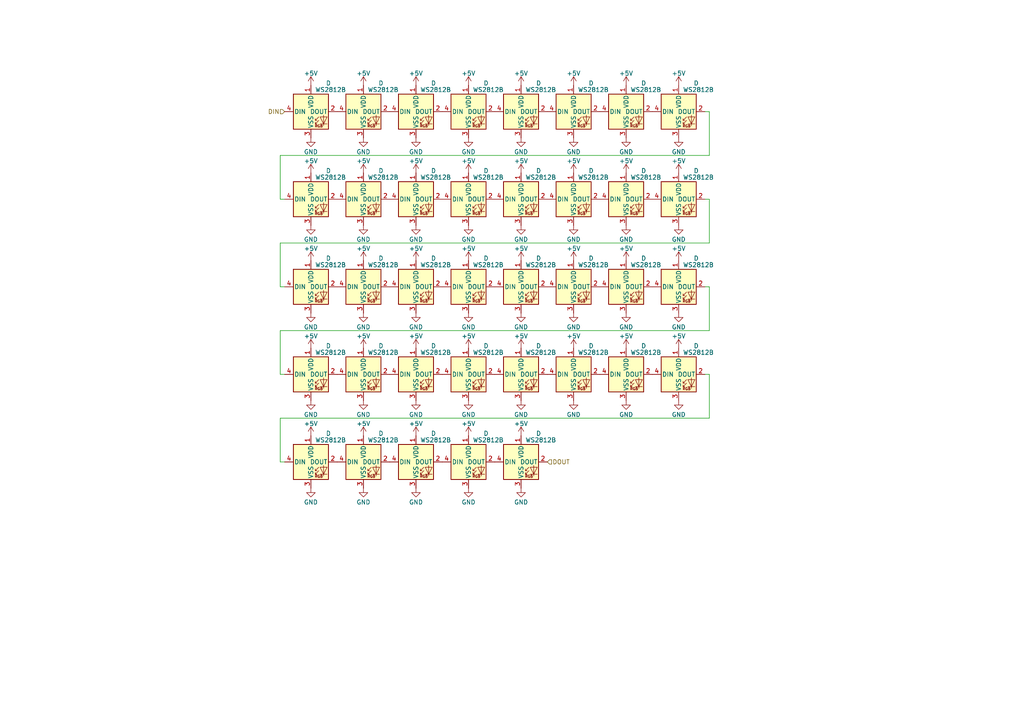
<source format=kicad_sch>
(kicad_sch (version 20220404) (generator eeschema)
  (paper "A4")
  (lib_symbols
    (symbol "LED:WS2812B" (pin_names (offset 0.254))
      (property "Reference" "D" (at 5.08 5.715 0))
      (property "Value" "WS2812B" (at 1.27 -5.715 0))
      (symbol "WS2812B_0_0"
        (text "RGB" (at 2.286 -4.191 0) (effects (font (size 0.762 0.762))))
      )
      (symbol "WS2812B_0_1"
        (polyline (pts (xy 1.27 -3.556) (xy 1.778 -3.556)))
        (polyline (pts (xy 1.27 -2.54) (xy 1.778 -2.54)))
        (polyline (pts (xy 4.699 -3.556) (xy 2.667 -3.556)))
        (polyline (pts (xy 2.286 -2.54) (xy 1.27 -3.556) (xy 1.27 -3.048)))
        (polyline (pts (xy 2.286 -1.524) (xy 1.27 -2.54) (xy 1.27 -2.032)))
        (polyline (pts (xy 3.683 -1.016) (xy 3.683 -3.556) (xy 3.683 -4.064)))
        (polyline (pts (xy 4.699 -1.524) (xy 2.667 -1.524) (xy 3.683 -3.556) (xy 4.699 -1.524)))
        (rectangle (start 5.08 5.08) (end -5.08 -5.08) (stroke (width 0.254)) (fill (type background)))
      )
      (symbol "WS2812B_1_1"
        (pin power_in line (at 0 7.62 270) (length 2.54) (name "VDD") (number "1"))
        (pin output line (at 7.62 0 180) (length 2.54) (name "DOUT") (number "2"))
        (pin power_in line (at 0 -7.62 90) (length 2.54) (name "VSS") (number "3"))
        (pin input line (at -7.62 0 0) (length 2.54) (name "DIN") (number "4"))
      )
    )
    (symbol "power:+5V" (power) (pin_names (offset 0))
      (property "Value" "+5V" (at 0 3.556 0))
      (symbol "+5V_0_1"
        (polyline (pts (xy -0.762 1.27) (xy 0 2.54)))
        (polyline (pts (xy 0 0) (xy 0 2.54)))
        (polyline (pts (xy 0 2.54) (xy 0.762 1.27)))
      )
      (symbol "+5V_1_1"
        (pin power_in line (at 0 0 90) (length 0) hide (name "+5V") (number "1"))
      )
    )
    (symbol "power:GND" (power) (pin_names (offset 0))
      (property "Value" "GND" (at 0 -3.81 0))
      (symbol "GND_0_1"
        (polyline (pts (xy 0 0) (xy 0 -1.27) (xy 1.27 -1.27) (xy 0 -2.54) (xy -1.27 -1.27) (xy 0 -1.27)))
      )
      (symbol "GND_1_1"
        (pin power_in line (at 0 0 270) (length 0) hide (name "GND") (number "1"))
      )
    )
  )
  (wire (pts (xy 81.28 45.085) (xy 81.28 57.785)))
  (wire (pts (xy 204.47 108.585) (xy 205.74 108.585)))
  (wire (pts (xy 205.74 83.185) (xy 205.74 95.885)))
  (wire (pts (xy 81.28 57.785) (xy 82.55 57.785)))
  (wire (pts (xy 81.28 95.885) (xy 81.28 108.585)))
  (wire (pts (xy 204.47 32.385) (xy 205.74 32.385)))
  (wire (pts (xy 205.74 57.785) (xy 205.74 70.485)))
  (wire (pts (xy 205.74 70.485) (xy 81.28 70.485)))
  (wire (pts (xy 205.74 108.585) (xy 205.74 121.285)))
  (wire (pts (xy 205.74 95.885) (xy 81.28 95.885)))
  (wire (pts (xy 81.28 133.985) (xy 82.55 133.985)))
  (wire (pts (xy 204.47 83.185) (xy 205.74 83.185)))
  (wire (pts (xy 81.28 70.485) (xy 81.28 83.185)))
  (wire (pts (xy 205.74 121.285) (xy 81.28 121.285)))
  (wire (pts (xy 205.74 32.385) (xy 205.74 45.085)))
  (wire (pts (xy 81.28 121.285) (xy 81.28 133.985)))
  (wire (pts (xy 204.47 57.785) (xy 205.74 57.785)))
  (wire (pts (xy 81.28 108.585) (xy 82.55 108.585)))
  (wire (pts (xy 81.28 83.185) (xy 82.55 83.185)))
  (wire (pts (xy 205.74 45.085) (xy 81.28 45.085)))
  (hierarchical_label "DOUT" (shape input) (at 158.75 133.985 0))
  (hierarchical_label "DIN" (shape input) (at 82.55 32.385 180))
  (symbol (lib_id "LED:WS2812B") (at 135.89 57.785 0) (unit 1)
    (default_instance (reference "D") (unit 1) (value "WS2812B") (footprint "LED_SMD:LED_WS2812B_PLCC4_5.0x5.0mm_P3.2mm"))
    (property "Reference" "D" (at 140.97 49.53 0))
    (property "Value" "WS2812B" (at 141.605 51.435 0))
    (property "Footprint" "LED_SMD:LED_WS2812B_PLCC4_5.0x5.0mm_P3.2mm" (effects hide))
    (property "Datasheet" "https://cdn-shop.adafruit.com/datasheets/WS2812B.pdf" (effects hide))
  )
  (symbol (lib_id "power:+5V") (at 196.85 50.165 0) (unit 1)
    (default_instance (reference "#PWR") (unit 1) (value "+5V") (footprint ""))
    (property "Reference" "#PWR" (effects hide))
    (property "Value" "+5V" (at 196.85 46.6821 0))
  )
  (symbol (lib_id "power:+5V") (at 166.37 75.565 0) (unit 1)
    (default_instance (reference "#PWR") (unit 1) (value "+5V") (footprint ""))
    (property "Reference" "#PWR" (effects hide))
    (property "Value" "+5V" (at 166.37 72.0821 0))
  )
  (symbol (lib_id "LED:WS2812B") (at 105.41 108.585 0) (unit 1)
    (default_instance (reference "D") (unit 1) (value "WS2812B") (footprint "LED_SMD:LED_WS2812B_PLCC4_5.0x5.0mm_P3.2mm"))
    (property "Reference" "D" (at 110.49 100.33 0))
    (property "Value" "WS2812B" (at 111.125 102.235 0))
    (property "Footprint" "LED_SMD:LED_WS2812B_PLCC4_5.0x5.0mm_P3.2mm" (effects hide))
    (property "Datasheet" "https://cdn-shop.adafruit.com/datasheets/WS2812B.pdf" (effects hide))
  )
  (symbol (lib_id "LED:WS2812B") (at 135.89 133.985 0) (unit 1)
    (default_instance (reference "D") (unit 1) (value "WS2812B") (footprint "LED_SMD:LED_WS2812B_PLCC4_5.0x5.0mm_P3.2mm"))
    (property "Reference" "D" (at 140.97 125.73 0))
    (property "Value" "WS2812B" (at 141.605 127.635 0))
    (property "Footprint" "LED_SMD:LED_WS2812B_PLCC4_5.0x5.0mm_P3.2mm" (effects hide))
    (property "Datasheet" "https://cdn-shop.adafruit.com/datasheets/WS2812B.pdf" (effects hide))
  )
  (symbol (lib_id "power:GND") (at 151.13 65.405 0) (unit 1)
    (default_instance (reference "#PWR") (unit 1) (value "GND") (footprint ""))
    (property "Reference" "#PWR" (effects hide))
    (property "Value" "GND" (at 151.13 69.4611 0))
  )
  (symbol (lib_id "power:GND") (at 151.13 141.605 0) (unit 1)
    (default_instance (reference "#PWR") (unit 1) (value "GND") (footprint ""))
    (property "Reference" "#PWR" (effects hide))
    (property "Value" "GND" (at 151.13 145.6611 0))
  )
  (symbol (lib_id "LED:WS2812B") (at 181.61 83.185 0) (unit 1)
    (default_instance (reference "D") (unit 1) (value "WS2812B") (footprint "LED_SMD:LED_WS2812B_PLCC4_5.0x5.0mm_P3.2mm"))
    (property "Reference" "D" (at 186.69 74.93 0))
    (property "Value" "WS2812B" (at 187.325 76.835 0))
    (property "Footprint" "LED_SMD:LED_WS2812B_PLCC4_5.0x5.0mm_P3.2mm" (effects hide))
    (property "Datasheet" "https://cdn-shop.adafruit.com/datasheets/WS2812B.pdf" (effects hide))
  )
  (symbol (lib_id "power:+5V") (at 135.89 50.165 0) (unit 1)
    (default_instance (reference "#PWR") (unit 1) (value "+5V") (footprint ""))
    (property "Reference" "#PWR" (effects hide))
    (property "Value" "+5V" (at 135.89 46.6821 0))
  )
  (symbol (lib_id "power:+5V") (at 120.65 50.165 0) (unit 1)
    (default_instance (reference "#PWR") (unit 1) (value "+5V") (footprint ""))
    (property "Reference" "#PWR" (effects hide))
    (property "Value" "+5V" (at 120.65 46.6821 0))
  )
  (symbol (lib_id "power:+5V") (at 105.41 100.965 0) (unit 1)
    (default_instance (reference "#PWR") (unit 1) (value "+5V") (footprint ""))
    (property "Reference" "#PWR" (effects hide))
    (property "Value" "+5V" (at 105.41 97.4821 0))
  )
  (symbol (lib_id "power:+5V") (at 166.37 100.965 0) (unit 1)
    (default_instance (reference "#PWR") (unit 1) (value "+5V") (footprint ""))
    (property "Reference" "#PWR" (effects hide))
    (property "Value" "+5V" (at 166.37 97.4821 0))
  )
  (symbol (lib_id "power:GND") (at 181.61 90.805 0) (unit 1)
    (default_instance (reference "#PWR") (unit 1) (value "GND") (footprint ""))
    (property "Reference" "#PWR" (effects hide))
    (property "Value" "GND" (at 181.61 94.8611 0))
  )
  (symbol (lib_id "power:+5V") (at 120.65 24.765 0) (unit 1)
    (default_instance (reference "#PWR") (unit 1) (value "+5V") (footprint ""))
    (property "Reference" "#PWR" (effects hide))
    (property "Value" "+5V" (at 120.65 21.2821 0))
  )
  (symbol (lib_id "power:+5V") (at 105.41 24.765 0) (unit 1)
    (default_instance (reference "#PWR") (unit 1) (value "+5V") (footprint ""))
    (property "Reference" "#PWR" (effects hide))
    (property "Value" "+5V" (at 105.41 21.2821 0))
  )
  (symbol (lib_id "LED:WS2812B") (at 120.65 108.585 0) (unit 1)
    (default_instance (reference "D") (unit 1) (value "WS2812B") (footprint "LED_SMD:LED_WS2812B_PLCC4_5.0x5.0mm_P3.2mm"))
    (property "Reference" "D" (at 125.73 100.33 0))
    (property "Value" "WS2812B" (at 126.365 102.235 0))
    (property "Footprint" "LED_SMD:LED_WS2812B_PLCC4_5.0x5.0mm_P3.2mm" (effects hide))
    (property "Datasheet" "https://cdn-shop.adafruit.com/datasheets/WS2812B.pdf" (effects hide))
  )
  (symbol (lib_id "power:GND") (at 120.65 141.605 0) (unit 1)
    (default_instance (reference "#PWR") (unit 1) (value "GND") (footprint ""))
    (property "Reference" "#PWR" (effects hide))
    (property "Value" "GND" (at 120.65 145.6611 0))
  )
  (symbol (lib_id "power:+5V") (at 151.13 24.765 0) (unit 1)
    (default_instance (reference "#PWR") (unit 1) (value "+5V") (footprint ""))
    (property "Reference" "#PWR" (effects hide))
    (property "Value" "+5V" (at 151.13 21.2821 0))
  )
  (symbol (lib_id "power:GND") (at 151.13 116.205 0) (unit 1)
    (default_instance (reference "#PWR") (unit 1) (value "GND") (footprint ""))
    (property "Reference" "#PWR" (effects hide))
    (property "Value" "GND" (at 151.13 120.2611 0))
  )
  (symbol (lib_id "LED:WS2812B") (at 105.41 83.185 0) (unit 1)
    (default_instance (reference "D") (unit 1) (value "WS2812B") (footprint "LED_SMD:LED_WS2812B_PLCC4_5.0x5.0mm_P3.2mm"))
    (property "Reference" "D" (at 110.49 74.93 0))
    (property "Value" "WS2812B" (at 111.125 76.835 0))
    (property "Footprint" "LED_SMD:LED_WS2812B_PLCC4_5.0x5.0mm_P3.2mm" (effects hide))
    (property "Datasheet" "https://cdn-shop.adafruit.com/datasheets/WS2812B.pdf" (effects hide))
  )
  (symbol (lib_id "power:GND") (at 105.41 65.405 0) (unit 1)
    (default_instance (reference "#PWR") (unit 1) (value "GND") (footprint ""))
    (property "Reference" "#PWR" (effects hide))
    (property "Value" "GND" (at 105.41 69.4611 0))
  )
  (symbol (lib_id "LED:WS2812B") (at 135.89 83.185 0) (unit 1)
    (default_instance (reference "D") (unit 1) (value "WS2812B") (footprint "LED_SMD:LED_WS2812B_PLCC4_5.0x5.0mm_P3.2mm"))
    (property "Reference" "D" (at 140.97 74.93 0))
    (property "Value" "WS2812B" (at 141.605 76.835 0))
    (property "Footprint" "LED_SMD:LED_WS2812B_PLCC4_5.0x5.0mm_P3.2mm" (effects hide))
    (property "Datasheet" "https://cdn-shop.adafruit.com/datasheets/WS2812B.pdf" (effects hide))
  )
  (symbol (lib_id "power:+5V") (at 166.37 24.765 0) (unit 1)
    (default_instance (reference "#PWR") (unit 1) (value "+5V") (footprint ""))
    (property "Reference" "#PWR" (effects hide))
    (property "Value" "+5V" (at 166.37 21.2821 0))
  )
  (symbol (lib_id "power:GND") (at 135.89 116.205 0) (unit 1)
    (default_instance (reference "#PWR") (unit 1) (value "GND") (footprint ""))
    (property "Reference" "#PWR" (effects hide))
    (property "Value" "GND" (at 135.89 120.2611 0))
  )
  (symbol (lib_id "power:GND") (at 135.89 141.605 0) (unit 1)
    (default_instance (reference "#PWR") (unit 1) (value "GND") (footprint ""))
    (property "Reference" "#PWR" (effects hide))
    (property "Value" "GND" (at 135.89 145.6611 0))
  )
  (symbol (lib_id "power:GND") (at 90.17 90.805 0) (unit 1)
    (default_instance (reference "#PWR") (unit 1) (value "GND") (footprint ""))
    (property "Reference" "#PWR" (effects hide))
    (property "Value" "GND" (at 90.17 94.8611 0))
  )
  (symbol (lib_id "power:+5V") (at 151.13 100.965 0) (unit 1)
    (default_instance (reference "#PWR") (unit 1) (value "+5V") (footprint ""))
    (property "Reference" "#PWR" (effects hide))
    (property "Value" "+5V" (at 151.13 97.4821 0))
  )
  (symbol (lib_id "power:GND") (at 196.85 40.005 0) (unit 1)
    (default_instance (reference "#PWR") (unit 1) (value "GND") (footprint ""))
    (property "Reference" "#PWR" (effects hide))
    (property "Value" "GND" (at 196.85 44.0611 0))
  )
  (symbol (lib_id "power:GND") (at 120.65 65.405 0) (unit 1)
    (default_instance (reference "#PWR") (unit 1) (value "GND") (footprint ""))
    (property "Reference" "#PWR" (effects hide))
    (property "Value" "GND" (at 120.65 69.4611 0))
  )
  (symbol (lib_id "power:+5V") (at 151.13 126.365 0) (unit 1)
    (default_instance (reference "#PWR") (unit 1) (value "+5V") (footprint ""))
    (property "Reference" "#PWR" (effects hide))
    (property "Value" "+5V" (at 151.13 122.8821 0))
  )
  (symbol (lib_id "power:+5V") (at 90.17 100.965 0) (unit 1)
    (default_instance (reference "#PWR") (unit 1) (value "+5V") (footprint ""))
    (property "Reference" "#PWR" (effects hide))
    (property "Value" "+5V" (at 90.17 97.4821 0))
  )
  (symbol (lib_id "power:GND") (at 166.37 90.805 0) (unit 1)
    (default_instance (reference "#PWR") (unit 1) (value "GND") (footprint ""))
    (property "Reference" "#PWR" (effects hide))
    (property "Value" "GND" (at 166.37 94.8611 0))
  )
  (symbol (lib_id "power:GND") (at 166.37 116.205 0) (unit 1)
    (default_instance (reference "#PWR") (unit 1) (value "GND") (footprint ""))
    (property "Reference" "#PWR" (effects hide))
    (property "Value" "GND" (at 166.37 120.2611 0))
  )
  (symbol (lib_id "LED:WS2812B") (at 151.13 83.185 0) (unit 1)
    (default_instance (reference "D") (unit 1) (value "WS2812B") (footprint "LED_SMD:LED_WS2812B_PLCC4_5.0x5.0mm_P3.2mm"))
    (property "Reference" "D" (at 156.21 74.93 0))
    (property "Value" "WS2812B" (at 156.845 76.835 0))
    (property "Footprint" "LED_SMD:LED_WS2812B_PLCC4_5.0x5.0mm_P3.2mm" (effects hide))
    (property "Datasheet" "https://cdn-shop.adafruit.com/datasheets/WS2812B.pdf" (effects hide))
  )
  (symbol (lib_id "power:GND") (at 120.65 116.205 0) (unit 1)
    (default_instance (reference "#PWR") (unit 1) (value "GND") (footprint ""))
    (property "Reference" "#PWR" (effects hide))
    (property "Value" "GND" (at 120.65 120.2611 0))
  )
  (symbol (lib_id "LED:WS2812B") (at 90.17 108.585 0) (unit 1)
    (default_instance (reference "D") (unit 1) (value "WS2812B") (footprint "LED_SMD:LED_WS2812B_PLCC4_5.0x5.0mm_P3.2mm"))
    (property "Reference" "D" (at 95.25 100.33 0))
    (property "Value" "WS2812B" (at 95.885 102.235 0))
    (property "Footprint" "LED_SMD:LED_WS2812B_PLCC4_5.0x5.0mm_P3.2mm" (effects hide))
    (property "Datasheet" "https://cdn-shop.adafruit.com/datasheets/WS2812B.pdf" (effects hide))
  )
  (symbol (lib_id "LED:WS2812B") (at 151.13 32.385 0) (unit 1)
    (default_instance (reference "D") (unit 1) (value "WS2812B") (footprint "LED_SMD:LED_WS2812B_PLCC4_5.0x5.0mm_P3.2mm"))
    (property "Reference" "D" (at 156.21 24.13 0))
    (property "Value" "WS2812B" (at 156.845 26.035 0))
    (property "Footprint" "LED_SMD:LED_WS2812B_PLCC4_5.0x5.0mm_P3.2mm" (effects hide))
    (property "Datasheet" "https://cdn-shop.adafruit.com/datasheets/WS2812B.pdf" (effects hide))
  )
  (symbol (lib_id "power:+5V") (at 135.89 100.965 0) (unit 1)
    (default_instance (reference "#PWR") (unit 1) (value "+5V") (footprint ""))
    (property "Reference" "#PWR" (effects hide))
    (property "Value" "+5V" (at 135.89 97.4821 0))
  )
  (symbol (lib_id "LED:WS2812B") (at 135.89 108.585 0) (unit 1)
    (default_instance (reference "D") (unit 1) (value "WS2812B") (footprint "LED_SMD:LED_WS2812B_PLCC4_5.0x5.0mm_P3.2mm"))
    (property "Reference" "D" (at 140.97 100.33 0))
    (property "Value" "WS2812B" (at 141.605 102.235 0))
    (property "Footprint" "LED_SMD:LED_WS2812B_PLCC4_5.0x5.0mm_P3.2mm" (effects hide))
    (property "Datasheet" "https://cdn-shop.adafruit.com/datasheets/WS2812B.pdf" (effects hide))
  )
  (symbol (lib_id "LED:WS2812B") (at 120.65 133.985 0) (unit 1)
    (default_instance (reference "D") (unit 1) (value "WS2812B") (footprint "LED_SMD:LED_WS2812B_PLCC4_5.0x5.0mm_P3.2mm"))
    (property "Reference" "D" (at 125.73 125.73 0))
    (property "Value" "WS2812B" (at 126.365 127.635 0))
    (property "Footprint" "LED_SMD:LED_WS2812B_PLCC4_5.0x5.0mm_P3.2mm" (effects hide))
    (property "Datasheet" "https://cdn-shop.adafruit.com/datasheets/WS2812B.pdf" (effects hide))
  )
  (symbol (lib_id "power:GND") (at 135.89 40.005 0) (unit 1)
    (default_instance (reference "#PWR") (unit 1) (value "GND") (footprint ""))
    (property "Reference" "#PWR" (effects hide))
    (property "Value" "GND" (at 135.89 44.0611 0))
  )
  (symbol (lib_id "LED:WS2812B") (at 90.17 57.785 0) (unit 1)
    (default_instance (reference "D") (unit 1) (value "WS2812B") (footprint "LED_SMD:LED_WS2812B_PLCC4_5.0x5.0mm_P3.2mm"))
    (property "Reference" "D" (at 95.25 49.53 0))
    (property "Value" "WS2812B" (at 95.885 51.435 0))
    (property "Footprint" "LED_SMD:LED_WS2812B_PLCC4_5.0x5.0mm_P3.2mm" (effects hide))
    (property "Datasheet" "https://cdn-shop.adafruit.com/datasheets/WS2812B.pdf" (effects hide))
  )
  (symbol (lib_id "LED:WS2812B") (at 105.41 133.985 0) (unit 1)
    (default_instance (reference "D") (unit 1) (value "WS2812B") (footprint "LED_SMD:LED_WS2812B_PLCC4_5.0x5.0mm_P3.2mm"))
    (property "Reference" "D" (at 110.49 125.73 0))
    (property "Value" "WS2812B" (at 111.125 127.635 0))
    (property "Footprint" "LED_SMD:LED_WS2812B_PLCC4_5.0x5.0mm_P3.2mm" (effects hide))
    (property "Datasheet" "https://cdn-shop.adafruit.com/datasheets/WS2812B.pdf" (effects hide))
  )
  (symbol (lib_id "power:GND") (at 135.89 65.405 0) (unit 1)
    (default_instance (reference "#PWR") (unit 1) (value "GND") (footprint ""))
    (property "Reference" "#PWR" (effects hide))
    (property "Value" "GND" (at 135.89 69.4611 0))
  )
  (symbol (lib_id "LED:WS2812B") (at 196.85 83.185 0) (unit 1)
    (default_instance (reference "D") (unit 1) (value "WS2812B") (footprint "LED_SMD:LED_WS2812B_PLCC4_5.0x5.0mm_P3.2mm"))
    (property "Reference" "D" (at 201.93 74.93 0))
    (property "Value" "WS2812B" (at 202.565 76.835 0))
    (property "Footprint" "LED_SMD:LED_WS2812B_PLCC4_5.0x5.0mm_P3.2mm" (effects hide))
    (property "Datasheet" "https://cdn-shop.adafruit.com/datasheets/WS2812B.pdf" (effects hide))
  )
  (symbol (lib_id "power:GND") (at 105.41 116.205 0) (unit 1)
    (default_instance (reference "#PWR") (unit 1) (value "GND") (footprint ""))
    (property "Reference" "#PWR" (effects hide))
    (property "Value" "GND" (at 105.41 120.2611 0))
  )
  (symbol (lib_id "power:+5V") (at 105.41 50.165 0) (unit 1)
    (default_instance (reference "#PWR") (unit 1) (value "+5V") (footprint ""))
    (property "Reference" "#PWR" (effects hide))
    (property "Value" "+5V" (at 105.41 46.6821 0))
  )
  (symbol (lib_id "power:GND") (at 90.17 40.005 0) (unit 1)
    (default_instance (reference "#PWR") (unit 1) (value "GND") (footprint ""))
    (property "Reference" "#PWR" (effects hide))
    (property "Value" "GND" (at 90.17 44.0611 0))
  )
  (symbol (lib_id "power:GND") (at 105.41 90.805 0) (unit 1)
    (default_instance (reference "#PWR") (unit 1) (value "GND") (footprint ""))
    (property "Reference" "#PWR" (effects hide))
    (property "Value" "GND" (at 105.41 94.8611 0))
  )
  (symbol (lib_id "LED:WS2812B") (at 120.65 32.385 0) (unit 1)
    (default_instance (reference "D") (unit 1) (value "WS2812B") (footprint "LED_SMD:LED_WS2812B_PLCC4_5.0x5.0mm_P3.2mm"))
    (property "Reference" "D" (at 125.73 24.13 0))
    (property "Value" "WS2812B" (at 126.365 26.035 0))
    (property "Footprint" "LED_SMD:LED_WS2812B_PLCC4_5.0x5.0mm_P3.2mm" (effects hide))
    (property "Datasheet" "https://cdn-shop.adafruit.com/datasheets/WS2812B.pdf" (effects hide))
  )
  (symbol (lib_id "LED:WS2812B") (at 120.65 57.785 0) (unit 1)
    (default_instance (reference "D") (unit 1) (value "WS2812B") (footprint "LED_SMD:LED_WS2812B_PLCC4_5.0x5.0mm_P3.2mm"))
    (property "Reference" "D" (at 125.73 49.53 0))
    (property "Value" "WS2812B" (at 126.365 51.435 0))
    (property "Footprint" "LED_SMD:LED_WS2812B_PLCC4_5.0x5.0mm_P3.2mm" (effects hide))
    (property "Datasheet" "https://cdn-shop.adafruit.com/datasheets/WS2812B.pdf" (effects hide))
  )
  (symbol (lib_id "power:+5V") (at 151.13 50.165 0) (unit 1)
    (default_instance (reference "#PWR") (unit 1) (value "+5V") (footprint ""))
    (property "Reference" "#PWR" (effects hide))
    (property "Value" "+5V" (at 151.13 46.6821 0))
  )
  (symbol (lib_id "power:GND") (at 151.13 40.005 0) (unit 1)
    (default_instance (reference "#PWR") (unit 1) (value "GND") (footprint ""))
    (property "Reference" "#PWR" (effects hide))
    (property "Value" "GND" (at 151.13 44.0611 0))
  )
  (symbol (lib_id "power:+5V") (at 90.17 24.765 0) (unit 1)
    (default_instance (reference "#PWR") (unit 1) (value "+5V") (footprint ""))
    (property "Reference" "#PWR" (effects hide))
    (property "Value" "+5V" (at 90.17 21.2821 0))
  )
  (symbol (lib_id "LED:WS2812B") (at 166.37 57.785 0) (unit 1)
    (default_instance (reference "D") (unit 1) (value "WS2812B") (footprint "LED_SMD:LED_WS2812B_PLCC4_5.0x5.0mm_P3.2mm"))
    (property "Reference" "D" (at 171.45 49.53 0))
    (property "Value" "WS2812B" (at 172.085 51.435 0))
    (property "Footprint" "LED_SMD:LED_WS2812B_PLCC4_5.0x5.0mm_P3.2mm" (effects hide))
    (property "Datasheet" "https://cdn-shop.adafruit.com/datasheets/WS2812B.pdf" (effects hide))
  )
  (symbol (lib_id "LED:WS2812B") (at 166.37 32.385 0) (unit 1)
    (default_instance (reference "D") (unit 1) (value "WS2812B") (footprint "LED_SMD:LED_WS2812B_PLCC4_5.0x5.0mm_P3.2mm"))
    (property "Reference" "D" (at 171.45 24.13 0))
    (property "Value" "WS2812B" (at 172.085 26.035 0))
    (property "Footprint" "LED_SMD:LED_WS2812B_PLCC4_5.0x5.0mm_P3.2mm" (effects hide))
    (property "Datasheet" "https://cdn-shop.adafruit.com/datasheets/WS2812B.pdf" (effects hide))
  )
  (symbol (lib_id "power:+5V") (at 196.85 100.965 0) (unit 1)
    (default_instance (reference "#PWR") (unit 1) (value "+5V") (footprint ""))
    (property "Reference" "#PWR" (effects hide))
    (property "Value" "+5V" (at 196.85 97.4821 0))
  )
  (symbol (lib_id "power:GND") (at 181.61 65.405 0) (unit 1)
    (default_instance (reference "#PWR") (unit 1) (value "GND") (footprint ""))
    (property "Reference" "#PWR" (effects hide))
    (property "Value" "GND" (at 181.61 69.4611 0))
  )
  (symbol (lib_id "LED:WS2812B") (at 196.85 32.385 0) (unit 1)
    (default_instance (reference "D") (unit 1) (value "WS2812B") (footprint "LED_SMD:LED_WS2812B_PLCC4_5.0x5.0mm_P3.2mm"))
    (property "Reference" "D" (at 201.93 24.13 0))
    (property "Value" "WS2812B" (at 202.565 26.035 0))
    (property "Footprint" "LED_SMD:LED_WS2812B_PLCC4_5.0x5.0mm_P3.2mm" (effects hide))
    (property "Datasheet" "https://cdn-shop.adafruit.com/datasheets/WS2812B.pdf" (effects hide))
  )
  (symbol (lib_id "LED:WS2812B") (at 151.13 133.985 0) (unit 1)
    (default_instance (reference "D") (unit 1) (value "WS2812B") (footprint "LED_SMD:LED_WS2812B_PLCC4_5.0x5.0mm_P3.2mm"))
    (property "Reference" "D" (at 156.21 125.73 0))
    (property "Value" "WS2812B" (at 156.845 127.635 0))
    (property "Footprint" "LED_SMD:LED_WS2812B_PLCC4_5.0x5.0mm_P3.2mm" (effects hide))
    (property "Datasheet" "https://cdn-shop.adafruit.com/datasheets/WS2812B.pdf" (effects hide))
  )
  (symbol (lib_id "power:+5V") (at 196.85 24.765 0) (unit 1)
    (default_instance (reference "#PWR") (unit 1) (value "+5V") (footprint ""))
    (property "Reference" "#PWR" (effects hide))
    (property "Value" "+5V" (at 196.85 21.2821 0))
  )
  (symbol (lib_id "power:GND") (at 90.17 116.205 0) (unit 1)
    (default_instance (reference "#PWR") (unit 1) (value "GND") (footprint ""))
    (property "Reference" "#PWR" (effects hide))
    (property "Value" "GND" (at 90.17 120.2611 0))
  )
  (symbol (lib_id "power:GND") (at 105.41 40.005 0) (unit 1)
    (default_instance (reference "#PWR") (unit 1) (value "GND") (footprint ""))
    (property "Reference" "#PWR" (effects hide))
    (property "Value" "GND" (at 105.41 44.0611 0))
  )
  (symbol (lib_id "power:+5V") (at 151.13 75.565 0) (unit 1)
    (default_instance (reference "#PWR") (unit 1) (value "+5V") (footprint ""))
    (property "Reference" "#PWR" (effects hide))
    (property "Value" "+5V" (at 151.13 72.0821 0))
  )
  (symbol (lib_id "power:+5V") (at 196.85 75.565 0) (unit 1)
    (default_instance (reference "#PWR") (unit 1) (value "+5V") (footprint ""))
    (property "Reference" "#PWR" (effects hide))
    (property "Value" "+5V" (at 196.85 72.0821 0))
  )
  (symbol (lib_id "power:GND") (at 90.17 141.605 0) (unit 1)
    (default_instance (reference "#PWR") (unit 1) (value "GND") (footprint ""))
    (property "Reference" "#PWR" (effects hide))
    (property "Value" "GND" (at 90.17 145.6611 0))
  )
  (symbol (lib_id "power:+5V") (at 120.65 126.365 0) (unit 1)
    (default_instance (reference "#PWR") (unit 1) (value "+5V") (footprint ""))
    (property "Reference" "#PWR" (effects hide))
    (property "Value" "+5V" (at 120.65 122.8821 0))
  )
  (symbol (lib_id "power:+5V") (at 181.61 50.165 0) (unit 1)
    (default_instance (reference "#PWR") (unit 1) (value "+5V") (footprint ""))
    (property "Reference" "#PWR" (effects hide))
    (property "Value" "+5V" (at 181.61 46.6821 0))
  )
  (symbol (lib_id "LED:WS2812B") (at 166.37 83.185 0) (unit 1)
    (default_instance (reference "D") (unit 1) (value "WS2812B") (footprint "LED_SMD:LED_WS2812B_PLCC4_5.0x5.0mm_P3.2mm"))
    (property "Reference" "D" (at 171.45 74.93 0))
    (property "Value" "WS2812B" (at 172.085 76.835 0))
    (property "Footprint" "LED_SMD:LED_WS2812B_PLCC4_5.0x5.0mm_P3.2mm" (effects hide))
    (property "Datasheet" "https://cdn-shop.adafruit.com/datasheets/WS2812B.pdf" (effects hide))
  )
  (symbol (lib_id "power:GND") (at 181.61 116.205 0) (unit 1)
    (default_instance (reference "#PWR") (unit 1) (value "GND") (footprint ""))
    (property "Reference" "#PWR" (effects hide))
    (property "Value" "GND" (at 181.61 120.2611 0))
  )
  (symbol (lib_id "LED:WS2812B") (at 90.17 32.385 0) (unit 1)
    (default_instance (reference "D") (unit 1) (value "WS2812B") (footprint "LED_SMD:LED_WS2812B_PLCC4_5.0x5.0mm_P3.2mm"))
    (property "Reference" "D" (at 95.25 24.13 0))
    (property "Value" "WS2812B" (at 95.885 26.035 0))
    (property "Footprint" "LED_SMD:LED_WS2812B_PLCC4_5.0x5.0mm_P3.2mm" (effects hide))
    (property "Datasheet" "https://cdn-shop.adafruit.com/datasheets/WS2812B.pdf" (effects hide))
  )
  (symbol (lib_id "power:GND") (at 120.65 90.805 0) (unit 1)
    (default_instance (reference "#PWR") (unit 1) (value "GND") (footprint ""))
    (property "Reference" "#PWR" (effects hide))
    (property "Value" "GND" (at 120.65 94.8611 0))
  )
  (symbol (lib_id "power:GND") (at 196.85 116.205 0) (unit 1)
    (default_instance (reference "#PWR") (unit 1) (value "GND") (footprint ""))
    (property "Reference" "#PWR" (effects hide))
    (property "Value" "GND" (at 196.85 120.2611 0))
  )
  (symbol (lib_id "power:GND") (at 90.17 65.405 0) (unit 1)
    (default_instance (reference "#PWR") (unit 1) (value "GND") (footprint ""))
    (property "Reference" "#PWR" (effects hide))
    (property "Value" "GND" (at 90.17 69.4611 0))
  )
  (symbol (lib_id "power:GND") (at 120.65 40.005 0) (unit 1)
    (default_instance (reference "#PWR") (unit 1) (value "GND") (footprint ""))
    (property "Reference" "#PWR" (effects hide))
    (property "Value" "GND" (at 120.65 44.0611 0))
  )
  (symbol (lib_id "LED:WS2812B") (at 135.89 32.385 0) (unit 1)
    (default_instance (reference "D") (unit 1) (value "WS2812B") (footprint "LED_SMD:LED_WS2812B_PLCC4_5.0x5.0mm_P3.2mm"))
    (property "Reference" "D" (at 140.97 24.13 0))
    (property "Value" "WS2812B" (at 141.605 26.035 0))
    (property "Footprint" "LED_SMD:LED_WS2812B_PLCC4_5.0x5.0mm_P3.2mm" (effects hide))
    (property "Datasheet" "https://cdn-shop.adafruit.com/datasheets/WS2812B.pdf" (effects hide))
  )
  (symbol (lib_id "power:+5V") (at 105.41 75.565 0) (unit 1)
    (default_instance (reference "#PWR") (unit 1) (value "+5V") (footprint ""))
    (property "Reference" "#PWR" (effects hide))
    (property "Value" "+5V" (at 105.41 72.0821 0))
  )
  (symbol (lib_id "LED:WS2812B") (at 181.61 108.585 0) (unit 1)
    (default_instance (reference "D") (unit 1) (value "WS2812B") (footprint "LED_SMD:LED_WS2812B_PLCC4_5.0x5.0mm_P3.2mm"))
    (property "Reference" "D" (at 186.69 100.33 0))
    (property "Value" "WS2812B" (at 187.325 102.235 0))
    (property "Footprint" "LED_SMD:LED_WS2812B_PLCC4_5.0x5.0mm_P3.2mm" (effects hide))
    (property "Datasheet" "https://cdn-shop.adafruit.com/datasheets/WS2812B.pdf" (effects hide))
  )
  (symbol (lib_id "LED:WS2812B") (at 120.65 83.185 0) (unit 1)
    (default_instance (reference "D") (unit 1) (value "WS2812B") (footprint "LED_SMD:LED_WS2812B_PLCC4_5.0x5.0mm_P3.2mm"))
    (property "Reference" "D" (at 125.73 74.93 0))
    (property "Value" "WS2812B" (at 126.365 76.835 0))
    (property "Footprint" "LED_SMD:LED_WS2812B_PLCC4_5.0x5.0mm_P3.2mm" (effects hide))
    (property "Datasheet" "https://cdn-shop.adafruit.com/datasheets/WS2812B.pdf" (effects hide))
  )
  (symbol (lib_id "LED:WS2812B") (at 196.85 108.585 0) (unit 1)
    (default_instance (reference "D") (unit 1) (value "WS2812B") (footprint "LED_SMD:LED_WS2812B_PLCC4_5.0x5.0mm_P3.2mm"))
    (property "Reference" "D" (at 201.93 100.33 0))
    (property "Value" "WS2812B" (at 202.565 102.235 0))
    (property "Footprint" "LED_SMD:LED_WS2812B_PLCC4_5.0x5.0mm_P3.2mm" (effects hide))
    (property "Datasheet" "https://cdn-shop.adafruit.com/datasheets/WS2812B.pdf" (effects hide))
  )
  (symbol (lib_id "power:+5V") (at 90.17 50.165 0) (unit 1)
    (default_instance (reference "#PWR") (unit 1) (value "+5V") (footprint ""))
    (property "Reference" "#PWR" (effects hide))
    (property "Value" "+5V" (at 90.17 46.6821 0))
  )
  (symbol (lib_id "power:+5V") (at 166.37 50.165 0) (unit 1)
    (default_instance (reference "#PWR") (unit 1) (value "+5V") (footprint ""))
    (property "Reference" "#PWR" (effects hide))
    (property "Value" "+5V" (at 166.37 46.6821 0))
  )
  (symbol (lib_id "power:+5V") (at 90.17 126.365 0) (unit 1)
    (default_instance (reference "#PWR") (unit 1) (value "+5V") (footprint ""))
    (property "Reference" "#PWR" (effects hide))
    (property "Value" "+5V" (at 90.17 122.8821 0))
  )
  (symbol (lib_id "power:+5V") (at 90.17 75.565 0) (unit 1)
    (default_instance (reference "#PWR") (unit 1) (value "+5V") (footprint ""))
    (property "Reference" "#PWR" (effects hide))
    (property "Value" "+5V" (at 90.17 72.0821 0))
  )
  (symbol (lib_id "power:+5V") (at 120.65 100.965 0) (unit 1)
    (default_instance (reference "#PWR") (unit 1) (value "+5V") (footprint ""))
    (property "Reference" "#PWR" (effects hide))
    (property "Value" "+5V" (at 120.65 97.4821 0))
  )
  (symbol (lib_id "power:+5V") (at 135.89 126.365 0) (unit 1)
    (default_instance (reference "#PWR") (unit 1) (value "+5V") (footprint ""))
    (property "Reference" "#PWR" (effects hide))
    (property "Value" "+5V" (at 135.89 122.8821 0))
  )
  (symbol (lib_id "power:GND") (at 181.61 40.005 0) (unit 1)
    (default_instance (reference "#PWR") (unit 1) (value "GND") (footprint ""))
    (property "Reference" "#PWR" (effects hide))
    (property "Value" "GND" (at 181.61 44.0611 0))
  )
  (symbol (lib_id "power:+5V") (at 135.89 75.565 0) (unit 1)
    (default_instance (reference "#PWR") (unit 1) (value "+5V") (footprint ""))
    (property "Reference" "#PWR" (effects hide))
    (property "Value" "+5V" (at 135.89 72.0821 0))
  )
  (symbol (lib_id "power:+5V") (at 181.61 75.565 0) (unit 1)
    (default_instance (reference "#PWR") (unit 1) (value "+5V") (footprint ""))
    (property "Reference" "#PWR" (effects hide))
    (property "Value" "+5V" (at 181.61 72.0821 0))
  )
  (symbol (lib_id "LED:WS2812B") (at 105.41 32.385 0) (unit 1)
    (default_instance (reference "D") (unit 1) (value "WS2812B") (footprint "LED_SMD:LED_WS2812B_PLCC4_5.0x5.0mm_P3.2mm"))
    (property "Reference" "D" (at 110.49 24.13 0))
    (property "Value" "WS2812B" (at 111.125 26.035 0))
    (property "Footprint" "LED_SMD:LED_WS2812B_PLCC4_5.0x5.0mm_P3.2mm" (effects hide))
    (property "Datasheet" "https://cdn-shop.adafruit.com/datasheets/WS2812B.pdf" (effects hide))
  )
  (symbol (lib_id "LED:WS2812B") (at 166.37 108.585 0) (unit 1)
    (default_instance (reference "D") (unit 1) (value "WS2812B") (footprint "LED_SMD:LED_WS2812B_PLCC4_5.0x5.0mm_P3.2mm"))
    (property "Reference" "D" (at 171.45 100.33 0))
    (property "Value" "WS2812B" (at 172.085 102.235 0))
    (property "Footprint" "LED_SMD:LED_WS2812B_PLCC4_5.0x5.0mm_P3.2mm" (effects hide))
    (property "Datasheet" "https://cdn-shop.adafruit.com/datasheets/WS2812B.pdf" (effects hide))
  )
  (symbol (lib_id "LED:WS2812B") (at 181.61 57.785 0) (unit 1)
    (default_instance (reference "D") (unit 1) (value "WS2812B") (footprint "LED_SMD:LED_WS2812B_PLCC4_5.0x5.0mm_P3.2mm"))
    (property "Reference" "D" (at 186.69 49.53 0))
    (property "Value" "WS2812B" (at 187.325 51.435 0))
    (property "Footprint" "LED_SMD:LED_WS2812B_PLCC4_5.0x5.0mm_P3.2mm" (effects hide))
    (property "Datasheet" "https://cdn-shop.adafruit.com/datasheets/WS2812B.pdf" (effects hide))
  )
  (symbol (lib_id "power:+5V") (at 181.61 100.965 0) (unit 1)
    (default_instance (reference "#PWR") (unit 1) (value "+5V") (footprint ""))
    (property "Reference" "#PWR" (effects hide))
    (property "Value" "+5V" (at 181.61 97.4821 0))
  )
  (symbol (lib_id "power:+5V") (at 120.65 75.565 0) (unit 1)
    (default_instance (reference "#PWR") (unit 1) (value "+5V") (footprint ""))
    (property "Reference" "#PWR" (effects hide))
    (property "Value" "+5V" (at 120.65 72.0821 0))
  )
  (symbol (lib_id "LED:WS2812B") (at 151.13 57.785 0) (unit 1)
    (default_instance (reference "D") (unit 1) (value "WS2812B") (footprint "LED_SMD:LED_WS2812B_PLCC4_5.0x5.0mm_P3.2mm"))
    (property "Reference" "D" (at 156.21 49.53 0))
    (property "Value" "WS2812B" (at 156.845 51.435 0))
    (property "Footprint" "LED_SMD:LED_WS2812B_PLCC4_5.0x5.0mm_P3.2mm" (effects hide))
    (property "Datasheet" "https://cdn-shop.adafruit.com/datasheets/WS2812B.pdf" (effects hide))
  )
  (symbol (lib_id "LED:WS2812B") (at 90.17 133.985 0) (unit 1)
    (default_instance (reference "D") (unit 1) (value "WS2812B") (footprint "LED_SMD:LED_WS2812B_PLCC4_5.0x5.0mm_P3.2mm"))
    (property "Reference" "D" (at 95.25 125.73 0))
    (property "Value" "WS2812B" (at 95.885 127.635 0))
    (property "Footprint" "LED_SMD:LED_WS2812B_PLCC4_5.0x5.0mm_P3.2mm" (effects hide))
    (property "Datasheet" "https://cdn-shop.adafruit.com/datasheets/WS2812B.pdf" (effects hide))
  )
  (symbol (lib_id "power:GND") (at 151.13 90.805 0) (unit 1)
    (default_instance (reference "#PWR") (unit 1) (value "GND") (footprint ""))
    (property "Reference" "#PWR" (effects hide))
    (property "Value" "GND" (at 151.13 94.8611 0))
  )
  (symbol (lib_id "LED:WS2812B") (at 151.13 108.585 0) (unit 1)
    (default_instance (reference "D") (unit 1) (value "WS2812B") (footprint "LED_SMD:LED_WS2812B_PLCC4_5.0x5.0mm_P3.2mm"))
    (property "Reference" "D" (at 156.21 100.33 0))
    (property "Value" "WS2812B" (at 156.845 102.235 0))
    (property "Footprint" "LED_SMD:LED_WS2812B_PLCC4_5.0x5.0mm_P3.2mm" (effects hide))
    (property "Datasheet" "https://cdn-shop.adafruit.com/datasheets/WS2812B.pdf" (effects hide))
  )
  (symbol (lib_id "power:+5V") (at 181.61 24.765 0) (unit 1)
    (default_instance (reference "#PWR") (unit 1) (value "+5V") (footprint ""))
    (property "Reference" "#PWR" (effects hide))
    (property "Value" "+5V" (at 181.61 21.2821 0))
  )
  (symbol (lib_id "power:+5V") (at 105.41 126.365 0) (unit 1)
    (default_instance (reference "#PWR") (unit 1) (value "+5V") (footprint ""))
    (property "Reference" "#PWR" (effects hide))
    (property "Value" "+5V" (at 105.41 122.8821 0))
  )
  (symbol (lib_id "power:GND") (at 166.37 40.005 0) (unit 1)
    (default_instance (reference "#PWR") (unit 1) (value "GND") (footprint ""))
    (property "Reference" "#PWR" (effects hide))
    (property "Value" "GND" (at 166.37 44.0611 0))
  )
  (symbol (lib_id "power:GND") (at 196.85 65.405 0) (unit 1)
    (default_instance (reference "#PWR") (unit 1) (value "GND") (footprint ""))
    (property "Reference" "#PWR" (effects hide))
    (property "Value" "GND" (at 196.85 69.4611 0))
  )
  (symbol (lib_id "LED:WS2812B") (at 181.61 32.385 0) (unit 1)
    (default_instance (reference "D") (unit 1) (value "WS2812B") (footprint "LED_SMD:LED_WS2812B_PLCC4_5.0x5.0mm_P3.2mm"))
    (property "Reference" "D" (at 186.69 24.13 0))
    (property "Value" "WS2812B" (at 187.325 26.035 0))
    (property "Footprint" "LED_SMD:LED_WS2812B_PLCC4_5.0x5.0mm_P3.2mm" (effects hide))
    (property "Datasheet" "https://cdn-shop.adafruit.com/datasheets/WS2812B.pdf" (effects hide))
  )
  (symbol (lib_id "power:GND") (at 105.41 141.605 0) (unit 1)
    (default_instance (reference "#PWR") (unit 1) (value "GND") (footprint ""))
    (property "Reference" "#PWR" (effects hide))
    (property "Value" "GND" (at 105.41 145.6611 0))
  )
  (symbol (lib_id "power:GND") (at 196.85 90.805 0) (unit 1)
    (default_instance (reference "#PWR") (unit 1) (value "GND") (footprint ""))
    (property "Reference" "#PWR" (effects hide))
    (property "Value" "GND" (at 196.85 94.8611 0))
  )
  (symbol (lib_id "LED:WS2812B") (at 105.41 57.785 0) (unit 1)
    (default_instance (reference "D") (unit 1) (value "WS2812B") (footprint "LED_SMD:LED_WS2812B_PLCC4_5.0x5.0mm_P3.2mm"))
    (property "Reference" "D" (at 110.49 49.53 0))
    (property "Value" "WS2812B" (at 111.125 51.435 0))
    (property "Footprint" "LED_SMD:LED_WS2812B_PLCC4_5.0x5.0mm_P3.2mm" (effects hide))
    (property "Datasheet" "https://cdn-shop.adafruit.com/datasheets/WS2812B.pdf" (effects hide))
  )
  (symbol (lib_id "power:+5V") (at 135.89 24.765 0) (unit 1)
    (default_instance (reference "#PWR") (unit 1) (value "+5V") (footprint ""))
    (property "Reference" "#PWR" (effects hide))
    (property "Value" "+5V" (at 135.89 21.2821 0))
  )
  (symbol (lib_id "power:GND") (at 135.89 90.805 0) (unit 1)
    (default_instance (reference "#PWR") (unit 1) (value "GND") (footprint ""))
    (property "Reference" "#PWR" (effects hide))
    (property "Value" "GND" (at 135.89 94.8611 0))
  )
  (symbol (lib_id "power:GND") (at 166.37 65.405 0) (unit 1)
    (default_instance (reference "#PWR") (unit 1) (value "GND") (footprint ""))
    (property "Reference" "#PWR" (effects hide))
    (property "Value" "GND" (at 166.37 69.4611 0))
  )
  (symbol (lib_id "LED:WS2812B") (at 90.17 83.185 0) (unit 1)
    (default_instance (reference "D") (unit 1) (value "WS2812B") (footprint "LED_SMD:LED_WS2812B_PLCC4_5.0x5.0mm_P3.2mm"))
    (property "Reference" "D" (at 95.25 74.93 0))
    (property "Value" "WS2812B" (at 95.885 76.835 0))
    (property "Footprint" "LED_SMD:LED_WS2812B_PLCC4_5.0x5.0mm_P3.2mm" (effects hide))
    (property "Datasheet" "https://cdn-shop.adafruit.com/datasheets/WS2812B.pdf" (effects hide))
  )
  (symbol (lib_id "LED:WS2812B") (at 196.85 57.785 0) (unit 1)
    (default_instance (reference "D") (unit 1) (value "WS2812B") (footprint "LED_SMD:LED_WS2812B_PLCC4_5.0x5.0mm_P3.2mm"))
    (property "Reference" "D" (at 201.93 49.53 0))
    (property "Value" "WS2812B" (at 202.565 51.435 0))
    (property "Footprint" "LED_SMD:LED_WS2812B_PLCC4_5.0x5.0mm_P3.2mm" (effects hide))
    (property "Datasheet" "https://cdn-shop.adafruit.com/datasheets/WS2812B.pdf" (effects hide))
  )
)
</source>
